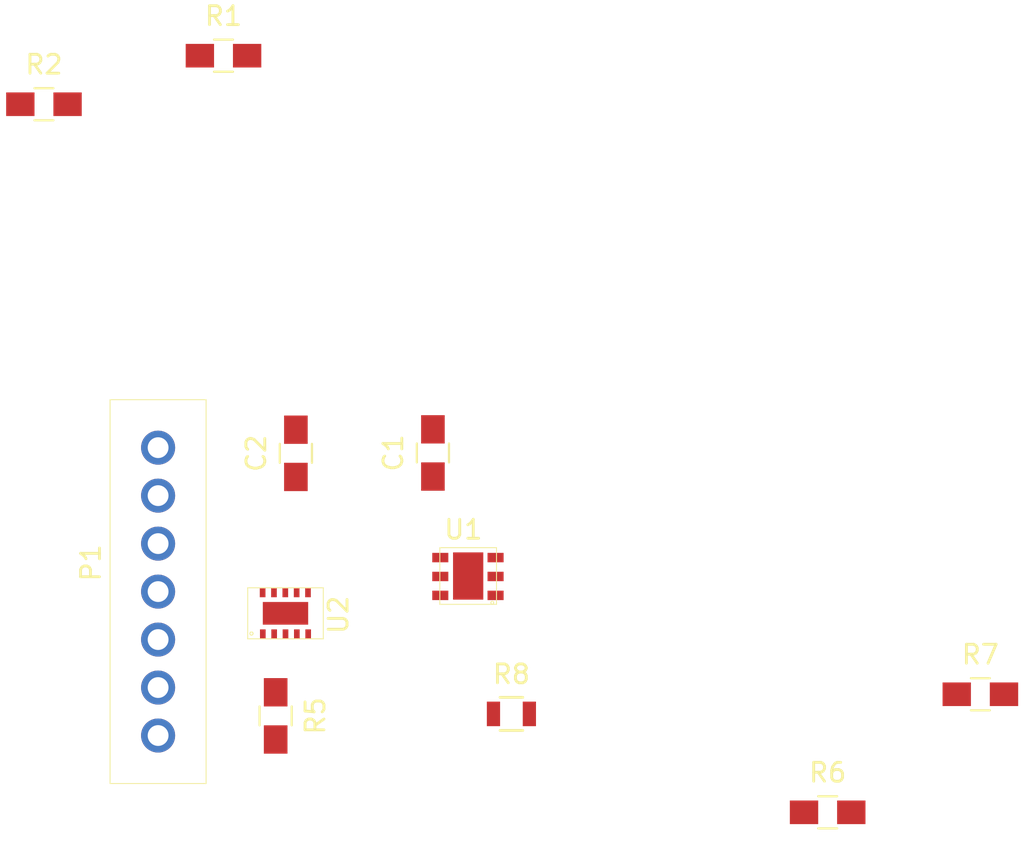
<source format=kicad_pcb>
(kicad_pcb (version 4) (host pcbnew 4.0.5)

  (general
    (links 32)
    (no_connects 32)
    (area 0 0 0 0)
    (thickness 1.6)
    (drawings 0)
    (tracks 0)
    (zones 0)
    (modules 11)
    (nets 8)
  )

  (page A4)
  (layers
    (0 F.Cu signal)
    (31 B.Cu signal)
    (32 B.Adhes user)
    (33 F.Adhes user)
    (34 B.Paste user)
    (35 F.Paste user)
    (36 B.SilkS user)
    (37 F.SilkS user)
    (38 B.Mask user)
    (39 F.Mask user)
    (40 Dwgs.User user)
    (41 Cmts.User user)
    (42 Eco1.User user)
    (43 Eco2.User user)
    (44 Edge.Cuts user)
    (45 Margin user)
    (46 B.CrtYd user)
    (47 F.CrtYd user)
    (48 B.Fab user)
    (49 F.Fab user)
  )

  (setup
    (last_trace_width 0.25)
    (trace_clearance 0.2)
    (zone_clearance 0.508)
    (zone_45_only no)
    (trace_min 0.2)
    (segment_width 0.2)
    (edge_width 0.15)
    (via_size 0.6)
    (via_drill 0.4)
    (via_min_size 0.4)
    (via_min_drill 0.3)
    (uvia_size 0.3)
    (uvia_drill 0.1)
    (uvias_allowed no)
    (uvia_min_size 0.2)
    (uvia_min_drill 0.1)
    (pcb_text_width 0.3)
    (pcb_text_size 1.5 1.5)
    (mod_edge_width 0.15)
    (mod_text_size 1 1)
    (mod_text_width 0.15)
    (pad_size 1.524 1.524)
    (pad_drill 0.762)
    (pad_to_mask_clearance 0.2)
    (aux_axis_origin 0 0)
    (visible_elements FFFFFF7F)
    (pcbplotparams
      (layerselection 0x00030_80000001)
      (usegerberextensions false)
      (excludeedgelayer true)
      (linewidth 0.100000)
      (plotframeref false)
      (viasonmask false)
      (mode 1)
      (useauxorigin false)
      (hpglpennumber 1)
      (hpglpenspeed 20)
      (hpglpendiameter 15)
      (hpglpenoverlay 2)
      (psnegative false)
      (psa4output false)
      (plotreference true)
      (plotvalue true)
      (plotinvisibletext false)
      (padsonsilk false)
      (subtractmaskfromsilk false)
      (outputformat 1)
      (mirror false)
      (drillshape 1)
      (scaleselection 1)
      (outputdirectory ""))
  )

  (net 0 "")
  (net 1 GNDD)
  (net 2 /NINT)
  (net 3 /NWAKE)
  (net 4 /ADDR)
  (net 5 /AUX)
  (net 6 /PWM)
  (net 7 +3V3)

  (net_class Default "This is the default net class."
    (clearance 0.2)
    (trace_width 0.25)
    (via_dia 0.6)
    (via_drill 0.4)
    (uvia_dia 0.3)
    (uvia_drill 0.1)
    (add_net +3V3)
    (add_net /ADDR)
    (add_net /AUX)
    (add_net /NINT)
    (add_net /NWAKE)
    (add_net /PWM)
    (add_net GNDD)
  )

  (module Capacitors_SMD:C_0805_HandSoldering (layer F.Cu) (tedit 541A9B8D) (tstamp 58AC3B30)
    (at 164.13 101.77 90)
    (descr "Capacitor SMD 0805, hand soldering")
    (tags "capacitor 0805")
    (path /58A049DB)
    (attr smd)
    (fp_text reference C1 (at 0 -2.1 90) (layer F.SilkS)
      (effects (font (size 1 1) (thickness 0.15)))
    )
    (fp_text value .1u (at 0 2.1 90) (layer F.Fab)
      (effects (font (size 1 1) (thickness 0.15)))
    )
    (fp_line (start -1 0.625) (end -1 -0.625) (layer F.Fab) (width 0.1))
    (fp_line (start 1 0.625) (end -1 0.625) (layer F.Fab) (width 0.1))
    (fp_line (start 1 -0.625) (end 1 0.625) (layer F.Fab) (width 0.1))
    (fp_line (start -1 -0.625) (end 1 -0.625) (layer F.Fab) (width 0.1))
    (fp_line (start -2.3 -1) (end 2.3 -1) (layer F.CrtYd) (width 0.05))
    (fp_line (start -2.3 1) (end 2.3 1) (layer F.CrtYd) (width 0.05))
    (fp_line (start -2.3 -1) (end -2.3 1) (layer F.CrtYd) (width 0.05))
    (fp_line (start 2.3 -1) (end 2.3 1) (layer F.CrtYd) (width 0.05))
    (fp_line (start 0.5 -0.85) (end -0.5 -0.85) (layer F.SilkS) (width 0.12))
    (fp_line (start -0.5 0.85) (end 0.5 0.85) (layer F.SilkS) (width 0.12))
    (pad 1 smd rect (at -1.25 0 90) (size 1.5 1.25) (layers F.Cu F.Paste F.Mask)
      (net 7 +3V3))
    (pad 2 smd rect (at 1.25 0 90) (size 1.5 1.25) (layers F.Cu F.Paste F.Mask)
      (net 1 GNDD))
    (model Capacitors_SMD.3dshapes/C_0805_HandSoldering.wrl
      (at (xyz 0 0 0))
      (scale (xyz 1 1 1))
      (rotate (xyz 0 0 0))
    )
  )

  (module Capacitors_SMD:C_0805_HandSoldering (layer F.Cu) (tedit 541A9B8D) (tstamp 58AC3B36)
    (at 156.88 101.79 90)
    (descr "Capacitor SMD 0805, hand soldering")
    (tags "capacitor 0805")
    (path /589F7693)
    (attr smd)
    (fp_text reference C2 (at 0 -2.1 90) (layer F.SilkS)
      (effects (font (size 1 1) (thickness 0.15)))
    )
    (fp_text value 4.7u (at 0 2.1 90) (layer F.Fab)
      (effects (font (size 1 1) (thickness 0.15)))
    )
    (fp_line (start -1 0.625) (end -1 -0.625) (layer F.Fab) (width 0.1))
    (fp_line (start 1 0.625) (end -1 0.625) (layer F.Fab) (width 0.1))
    (fp_line (start 1 -0.625) (end 1 0.625) (layer F.Fab) (width 0.1))
    (fp_line (start -1 -0.625) (end 1 -0.625) (layer F.Fab) (width 0.1))
    (fp_line (start -2.3 -1) (end 2.3 -1) (layer F.CrtYd) (width 0.05))
    (fp_line (start -2.3 1) (end 2.3 1) (layer F.CrtYd) (width 0.05))
    (fp_line (start -2.3 -1) (end -2.3 1) (layer F.CrtYd) (width 0.05))
    (fp_line (start 2.3 -1) (end 2.3 1) (layer F.CrtYd) (width 0.05))
    (fp_line (start 0.5 -0.85) (end -0.5 -0.85) (layer F.SilkS) (width 0.12))
    (fp_line (start -0.5 0.85) (end 0.5 0.85) (layer F.SilkS) (width 0.12))
    (pad 1 smd rect (at -1.25 0 90) (size 1.5 1.25) (layers F.Cu F.Paste F.Mask)
      (net 7 +3V3))
    (pad 2 smd rect (at 1.25 0 90) (size 1.5 1.25) (layers F.Cu F.Paste F.Mask)
      (net 1 GNDD))
    (model Capacitors_SMD.3dshapes/C_0805_HandSoldering.wrl
      (at (xyz 0 0 0))
      (scale (xyz 1 1 1))
      (rotate (xyz 0 0 0))
    )
  )

  (module "TheLeafSpa:7 POS Arduino Header" (layer F.Cu) (tedit 58A4831A) (tstamp 58AC3B41)
    (at 149.59 116.73 90)
    (path /58A44EAE)
    (fp_text reference P1 (at 9.144 -3.556 90) (layer F.SilkS)
      (effects (font (size 1 1) (thickness 0.15)))
    )
    (fp_text value CONN_01X07 (at 2.54 -3.556 90) (layer F.Fab)
      (effects (font (size 1 1) (thickness 0.15)))
    )
    (fp_line (start -2.54 -2.54) (end 17.78 -2.54) (layer F.SilkS) (width 0.05))
    (fp_line (start 17.78 -2.54) (end 17.78 2.54) (layer F.SilkS) (width 0.05))
    (fp_line (start 17.78 2.54) (end -2.54 2.54) (layer F.SilkS) (width 0.05))
    (fp_line (start -2.54 2.54) (end -2.54 -2.54) (layer F.SilkS) (width 0.05))
    (pad 1 thru_hole circle (at 0 0 90) (size 1.8 1.8) (drill 1.1) (layers *.Cu *.Mask)
      (net 7 +3V3))
    (pad 2 thru_hole circle (at 2.54 0 90) (size 1.8 1.8) (drill 1.1) (layers *.Cu *.Mask)
      (net 2 /NINT))
    (pad 3 thru_hole circle (at 5.08 0 90) (size 1.8 1.8) (drill 1.1) (layers *.Cu *.Mask)
      (net 3 /NWAKE))
    (pad 4 thru_hole circle (at 7.62 0 90) (size 1.8 1.8) (drill 1.1) (layers *.Cu *.Mask)
      (net 7 +3V3))
    (pad 5 thru_hole circle (at 10.16 0 90) (size 1.8 1.8) (drill 1.1) (layers *.Cu *.Mask)
      (net 7 +3V3))
    (pad 6 thru_hole circle (at 12.7 0 90) (size 1.8 1.8) (drill 1.1) (layers *.Cu *.Mask)
      (net 1 GNDD))
    (pad 7 thru_hole circle (at 15.24 0 90) (size 1.8 1.8) (drill 1.1) (layers *.Cu *.Mask)
      (net 7 +3V3))
  )

  (module Capacitors_SMD:C_0805_HandSoldering (layer F.Cu) (tedit 541A9B8D) (tstamp 58AC3B5F)
    (at 155.81 115.69 270)
    (descr "Capacitor SMD 0805, hand soldering")
    (tags "capacitor 0805")
    (path /589E3A63)
    (attr smd)
    (fp_text reference R5 (at 0 -2.1 270) (layer F.SilkS)
      (effects (font (size 1 1) (thickness 0.15)))
    )
    (fp_text value 4K7 (at 0 2.1 270) (layer F.Fab)
      (effects (font (size 1 1) (thickness 0.15)))
    )
    (fp_line (start -1 0.625) (end -1 -0.625) (layer F.Fab) (width 0.1))
    (fp_line (start 1 0.625) (end -1 0.625) (layer F.Fab) (width 0.1))
    (fp_line (start 1 -0.625) (end 1 0.625) (layer F.Fab) (width 0.1))
    (fp_line (start -1 -0.625) (end 1 -0.625) (layer F.Fab) (width 0.1))
    (fp_line (start -2.3 -1) (end 2.3 -1) (layer F.CrtYd) (width 0.05))
    (fp_line (start -2.3 1) (end 2.3 1) (layer F.CrtYd) (width 0.05))
    (fp_line (start -2.3 -1) (end -2.3 1) (layer F.CrtYd) (width 0.05))
    (fp_line (start 2.3 -1) (end 2.3 1) (layer F.CrtYd) (width 0.05))
    (fp_line (start 0.5 -0.85) (end -0.5 -0.85) (layer F.SilkS) (width 0.12))
    (fp_line (start -0.5 0.85) (end 0.5 0.85) (layer F.SilkS) (width 0.12))
    (pad 1 smd rect (at -1.25 0 270) (size 1.5 1.25) (layers F.Cu F.Paste F.Mask)
      (net 4 /ADDR))
    (pad 2 smd rect (at 1.25 0 270) (size 1.5 1.25) (layers F.Cu F.Paste F.Mask)
      (net 1 GNDD))
    (model Capacitors_SMD.3dshapes/C_0805_HandSoldering.wrl
      (at (xyz 0 0 0))
      (scale (xyz 1 1 1))
      (rotate (xyz 0 0 0))
    )
  )

  (module Capacitors_SMD:C_0805_HandSoldering (layer F.Cu) (tedit 541A9B8D) (tstamp 58AC3B65)
    (at 185.015001 120.795)
    (descr "Capacitor SMD 0805, hand soldering")
    (tags "capacitor 0805")
    (path /589F78ED)
    (attr smd)
    (fp_text reference R6 (at 0 -2.1) (layer F.SilkS)
      (effects (font (size 1 1) (thickness 0.15)))
    )
    (fp_text value 4K7 (at 0 2.1) (layer F.Fab)
      (effects (font (size 1 1) (thickness 0.15)))
    )
    (fp_line (start -1 0.625) (end -1 -0.625) (layer F.Fab) (width 0.1))
    (fp_line (start 1 0.625) (end -1 0.625) (layer F.Fab) (width 0.1))
    (fp_line (start 1 -0.625) (end 1 0.625) (layer F.Fab) (width 0.1))
    (fp_line (start -1 -0.625) (end 1 -0.625) (layer F.Fab) (width 0.1))
    (fp_line (start -2.3 -1) (end 2.3 -1) (layer F.CrtYd) (width 0.05))
    (fp_line (start -2.3 1) (end 2.3 1) (layer F.CrtYd) (width 0.05))
    (fp_line (start -2.3 -1) (end -2.3 1) (layer F.CrtYd) (width 0.05))
    (fp_line (start 2.3 -1) (end 2.3 1) (layer F.CrtYd) (width 0.05))
    (fp_line (start 0.5 -0.85) (end -0.5 -0.85) (layer F.SilkS) (width 0.12))
    (fp_line (start -0.5 0.85) (end 0.5 0.85) (layer F.SilkS) (width 0.12))
    (pad 1 smd rect (at -1.25 0) (size 1.5 1.25) (layers F.Cu F.Paste F.Mask)
      (net 7 +3V3))
    (pad 2 smd rect (at 1.25 0) (size 1.5 1.25) (layers F.Cu F.Paste F.Mask)
      (net 7 +3V3))
    (model Capacitors_SMD.3dshapes/C_0805_HandSoldering.wrl
      (at (xyz 0 0 0))
      (scale (xyz 1 1 1))
      (rotate (xyz 0 0 0))
    )
  )

  (module Capacitors_SMD:C_0805_HandSoldering (layer F.Cu) (tedit 541A9B8D) (tstamp 58AC3B6B)
    (at 193.095001 114.545)
    (descr "Capacitor SMD 0805, hand soldering")
    (tags "capacitor 0805")
    (path /589F315D)
    (attr smd)
    (fp_text reference R7 (at 0 -2.1) (layer F.SilkS)
      (effects (font (size 1 1) (thickness 0.15)))
    )
    (fp_text value 100K (at 0 2.1) (layer F.Fab)
      (effects (font (size 1 1) (thickness 0.15)))
    )
    (fp_line (start -1 0.625) (end -1 -0.625) (layer F.Fab) (width 0.1))
    (fp_line (start 1 0.625) (end -1 0.625) (layer F.Fab) (width 0.1))
    (fp_line (start 1 -0.625) (end 1 0.625) (layer F.Fab) (width 0.1))
    (fp_line (start -1 -0.625) (end 1 -0.625) (layer F.Fab) (width 0.1))
    (fp_line (start -2.3 -1) (end 2.3 -1) (layer F.CrtYd) (width 0.05))
    (fp_line (start -2.3 1) (end 2.3 1) (layer F.CrtYd) (width 0.05))
    (fp_line (start -2.3 -1) (end -2.3 1) (layer F.CrtYd) (width 0.05))
    (fp_line (start 2.3 -1) (end 2.3 1) (layer F.CrtYd) (width 0.05))
    (fp_line (start 0.5 -0.85) (end -0.5 -0.85) (layer F.SilkS) (width 0.12))
    (fp_line (start -0.5 0.85) (end 0.5 0.85) (layer F.SilkS) (width 0.12))
    (pad 1 smd rect (at -1.25 0) (size 1.5 1.25) (layers F.Cu F.Paste F.Mask)
      (net 7 +3V3))
    (pad 2 smd rect (at 1.25 0) (size 1.5 1.25) (layers F.Cu F.Paste F.Mask)
      (net 5 /AUX))
    (model Capacitors_SMD.3dshapes/C_0805_HandSoldering.wrl
      (at (xyz 0 0 0))
      (scale (xyz 1 1 1))
      (rotate (xyz 0 0 0))
    )
  )

  (module Resistors_SMD:R_0805 (layer F.Cu) (tedit 58307B54) (tstamp 58AC3B71)
    (at 168.283333 115.585)
    (descr "Resistor SMD 0805, reflow soldering, Vishay (see dcrcw.pdf)")
    (tags "resistor 0805")
    (path /589F26E7)
    (attr smd)
    (fp_text reference R8 (at 0 -2.1) (layer F.SilkS)
      (effects (font (size 1 1) (thickness 0.15)))
    )
    (fp_text value NTC100K (at 0 2.1) (layer F.Fab)
      (effects (font (size 1 1) (thickness 0.15)))
    )
    (fp_line (start -1 0.625) (end -1 -0.625) (layer F.Fab) (width 0.1))
    (fp_line (start 1 0.625) (end -1 0.625) (layer F.Fab) (width 0.1))
    (fp_line (start 1 -0.625) (end 1 0.625) (layer F.Fab) (width 0.1))
    (fp_line (start -1 -0.625) (end 1 -0.625) (layer F.Fab) (width 0.1))
    (fp_line (start -1.6 -1) (end 1.6 -1) (layer F.CrtYd) (width 0.05))
    (fp_line (start -1.6 1) (end 1.6 1) (layer F.CrtYd) (width 0.05))
    (fp_line (start -1.6 -1) (end -1.6 1) (layer F.CrtYd) (width 0.05))
    (fp_line (start 1.6 -1) (end 1.6 1) (layer F.CrtYd) (width 0.05))
    (fp_line (start 0.6 0.875) (end -0.6 0.875) (layer F.SilkS) (width 0.15))
    (fp_line (start -0.6 -0.875) (end 0.6 -0.875) (layer F.SilkS) (width 0.15))
    (pad 1 smd rect (at -0.95 0) (size 0.7 1.3) (layers F.Cu F.Paste F.Mask)
      (net 5 /AUX))
    (pad 2 smd rect (at 0.95 0) (size 0.7 1.3) (layers F.Cu F.Paste F.Mask)
      (net 6 /PWM))
    (model Resistors_SMD.3dshapes/R_0805.wrl
      (at (xyz 0 0 0))
      (scale (xyz 1 1 1))
      (rotate (xyz 0 0 0))
    )
  )

  (module TheLeafSpa:Si7006 (layer F.Cu) (tedit 58A4C1F1) (tstamp 58AC3B7C)
    (at 164.52 109.31 180)
    (path /58A049AA)
    (fp_text reference U1 (at -1.22 3.48 180) (layer F.SilkS)
      (effects (font (size 1 1) (thickness 0.15)))
    )
    (fp_text value Si7006 (at -1.54 -1.29 180) (layer F.Fab)
      (effects (font (size 1 1) (thickness 0.15)))
    )
    (fp_circle (center -2.75 -0.39) (end -2.68 -0.36) (layer F.SilkS) (width 0.05))
    (fp_line (start -2.975 2.525) (end 0.025 2.525) (layer F.SilkS) (width 0.05))
    (fp_line (start 0.025 2.525) (end 0.025 -0.475) (layer F.SilkS) (width 0.05))
    (fp_line (start 0.025 -0.475) (end -2.975 -0.475) (layer F.SilkS) (width 0.05))
    (fp_line (start -2.975 -0.475) (end -2.975 2.525) (layer F.SilkS) (width 0.05))
    (pad 1 smd rect (at -1.475 1.025 180) (size 1.6 2.5) (layers F.Cu F.Paste F.Mask)
      (net 7 +3V3))
    (pad 6 smd rect (at -0.325 0 180) (size 0.85 0.5) (drill (offset 0.325 0)) (layers F.Cu F.Paste F.Mask)
      (net 7 +3V3))
    (pad 5 smd rect (at 0 1 180) (size 0.85 0.5) (layers F.Cu F.Paste F.Mask)
      (net 7 +3V3))
    (pad 4 smd rect (at 0 2 180) (size 0.85 0.5) (layers F.Cu F.Paste F.Mask))
    (pad 1 smd rect (at -2.925 0 180) (size 0.85 0.5) (layers F.Cu F.Paste F.Mask)
      (net 7 +3V3))
    (pad 2 smd rect (at -2.925 1 180) (size 0.85 0.5) (layers F.Cu F.Paste F.Mask)
      (net 1 GNDD))
    (pad 3 smd rect (at -2.925 2 180) (size 0.85 0.5) (layers F.Cu F.Paste F.Mask))
  )

  (module TheLeafSpa:CCS811 (layer F.Cu) (tedit 58AC3B50) (tstamp 58AC3B8B)
    (at 158.35 108.92 90)
    (path /589E3805)
    (fp_text reference U2 (at -1.42 0.78 90) (layer F.SilkS)
      (effects (font (size 1 1) (thickness 0.15)))
    )
    (fp_text value CCS811 (at -1.51 -4.66 90) (layer F.Fab)
      (effects (font (size 1 1) (thickness 0.15)))
    )
    (fp_circle (center -2.41 -3.82) (end -2.33 -3.79) (layer F.SilkS) (width 0.05))
    (fp_line (start -2.69 -0.02) (end -2.69 -4.02) (layer F.SilkS) (width 0.05))
    (fp_line (start -2.69 -4.02) (end 0.01 -4.02) (layer F.SilkS) (width 0.05))
    (fp_line (start 0.01 -4.02) (end 0.01 -0.02) (layer F.SilkS) (width 0.05))
    (fp_line (start 0.01 -0.02) (end -2.69 -0.02) (layer F.SilkS) (width 0.05))
    (pad 5 smd rect (at -2.69 -0.82 90) (size 0.5 0.3) (drill (offset 0.25 0)) (layers F.Cu F.Paste F.Mask)
      (net 6 /PWM))
    (pad 4 smd rect (at -2.44 -1.42 90) (size 0.5 0.3) (layers F.Cu F.Paste F.Mask)
      (net 6 /PWM))
    (pad 3 smd rect (at -2.44 -2.02 90) (size 0.5 0.3) (layers F.Cu F.Paste F.Mask)
      (net 2 /NINT))
    (pad 2 smd rect (at -2.44 -2.62 90) (size 0.5 0.3) (layers F.Cu F.Paste F.Mask)
      (net 7 +3V3))
    (pad 1 smd rect (at -2.44 -3.22 90) (size 0.5 0.3) (layers F.Cu F.Paste F.Mask)
      (net 4 /ADDR))
    (pad 6 smd rect (at -0.24 -0.83 90) (size 0.5 0.3) (layers F.Cu F.Paste F.Mask)
      (net 7 +3V3))
    (pad 7 smd rect (at -0.24 -1.43 90) (size 0.5 0.3) (layers F.Cu F.Paste F.Mask)
      (net 3 /NWAKE))
    (pad 8 smd rect (at -0.24 -2.03 90) (size 0.5 0.3) (layers F.Cu F.Paste F.Mask)
      (net 5 /AUX))
    (pad 9 smd rect (at -0.24 -2.63 90) (size 0.5 0.3) (layers F.Cu F.Paste F.Mask)
      (net 7 +3V3))
    (pad 10 smd rect (at -0.24 -3.23 90) (size 0.5 0.3) (layers F.Cu F.Paste F.Mask)
      (net 7 +3V3))
    (pad PAD smd rect (at -1.34 -2.02 90) (size 1.2 2.4) (layers F.Cu F.Paste F.Mask)
      (net 1 GNDD))
  )

  (module Capacitors_SMD:C_0805_HandSoldering (layer F.Cu) (tedit 541A9B8D) (tstamp 58AC4582)
    (at 153.05 80.74)
    (descr "Capacitor SMD 0805, hand soldering")
    (tags "capacitor 0805")
    (path /58A0530C)
    (attr smd)
    (fp_text reference R1 (at 0 -2.1) (layer F.SilkS)
      (effects (font (size 1 1) (thickness 0.15)))
    )
    (fp_text value 4.7K (at 0 2.1) (layer F.Fab)
      (effects (font (size 1 1) (thickness 0.15)))
    )
    (fp_line (start -1 0.625) (end -1 -0.625) (layer F.Fab) (width 0.1))
    (fp_line (start 1 0.625) (end -1 0.625) (layer F.Fab) (width 0.1))
    (fp_line (start 1 -0.625) (end 1 0.625) (layer F.Fab) (width 0.1))
    (fp_line (start -1 -0.625) (end 1 -0.625) (layer F.Fab) (width 0.1))
    (fp_line (start -2.3 -1) (end 2.3 -1) (layer F.CrtYd) (width 0.05))
    (fp_line (start -2.3 1) (end 2.3 1) (layer F.CrtYd) (width 0.05))
    (fp_line (start -2.3 -1) (end -2.3 1) (layer F.CrtYd) (width 0.05))
    (fp_line (start 2.3 -1) (end 2.3 1) (layer F.CrtYd) (width 0.05))
    (fp_line (start 0.5 -0.85) (end -0.5 -0.85) (layer F.SilkS) (width 0.12))
    (fp_line (start -0.5 0.85) (end 0.5 0.85) (layer F.SilkS) (width 0.12))
    (pad 1 smd rect (at -1.25 0) (size 1.5 1.25) (layers F.Cu F.Paste F.Mask)
      (net 7 +3V3))
    (pad 2 smd rect (at 1.25 0) (size 1.5 1.25) (layers F.Cu F.Paste F.Mask)
      (net 7 +3V3))
    (model Capacitors_SMD.3dshapes/C_0805_HandSoldering.wrl
      (at (xyz 0 0 0))
      (scale (xyz 1 1 1))
      (rotate (xyz 0 0 0))
    )
  )

  (module Capacitors_SMD:C_0805_HandSoldering (layer F.Cu) (tedit 541A9B8D) (tstamp 58AC4588)
    (at 143.55 83.31)
    (descr "Capacitor SMD 0805, hand soldering")
    (tags "capacitor 0805")
    (path /58AC48FD)
    (attr smd)
    (fp_text reference R2 (at 0 -2.1) (layer F.SilkS)
      (effects (font (size 1 1) (thickness 0.15)))
    )
    (fp_text value 4.7K (at 0 2.1) (layer F.Fab)
      (effects (font (size 1 1) (thickness 0.15)))
    )
    (fp_line (start -1 0.625) (end -1 -0.625) (layer F.Fab) (width 0.1))
    (fp_line (start 1 0.625) (end -1 0.625) (layer F.Fab) (width 0.1))
    (fp_line (start 1 -0.625) (end 1 0.625) (layer F.Fab) (width 0.1))
    (fp_line (start -1 -0.625) (end 1 -0.625) (layer F.Fab) (width 0.1))
    (fp_line (start -2.3 -1) (end 2.3 -1) (layer F.CrtYd) (width 0.05))
    (fp_line (start -2.3 1) (end 2.3 1) (layer F.CrtYd) (width 0.05))
    (fp_line (start -2.3 -1) (end -2.3 1) (layer F.CrtYd) (width 0.05))
    (fp_line (start 2.3 -1) (end 2.3 1) (layer F.CrtYd) (width 0.05))
    (fp_line (start 0.5 -0.85) (end -0.5 -0.85) (layer F.SilkS) (width 0.12))
    (fp_line (start -0.5 0.85) (end 0.5 0.85) (layer F.SilkS) (width 0.12))
    (pad 1 smd rect (at -1.25 0) (size 1.5 1.25) (layers F.Cu F.Paste F.Mask)
      (net 7 +3V3))
    (pad 2 smd rect (at 1.25 0) (size 1.5 1.25) (layers F.Cu F.Paste F.Mask)
      (net 7 +3V3))
    (model Capacitors_SMD.3dshapes/C_0805_HandSoldering.wrl
      (at (xyz 0 0 0))
      (scale (xyz 1 1 1))
      (rotate (xyz 0 0 0))
    )
  )

)

</source>
